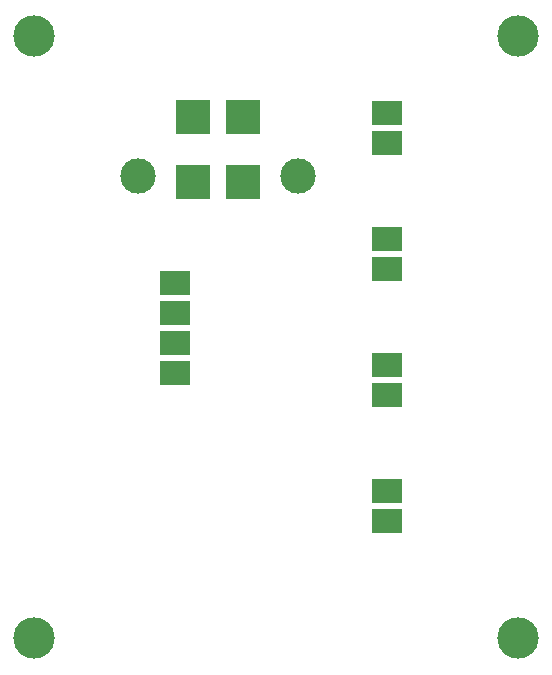
<source format=gbr>
%FSTAX23Y23*%
%MOIN*%
%SFA1B1*%

%IPPOS*%
%ADD10R,0.098425X0.078740*%
%ADD11R,0.118110X0.118110*%
%ADD12C,0.118110*%
%ADD13C,0.137795*%
%LNlimitswitch_pcb_copper_signal_top-1*%
%LPD*%
G54D10*
X0059Y01001D03*
Y01301D03*
Y01201D03*
Y01101D03*
X01295Y0177D03*
Y0187D03*
Y0135D03*
Y0145D03*
Y0061D03*
Y0051D03*
Y0093D03*
Y0103D03*
G54D11*
X00815Y0164D03*
Y01856D03*
X00649D03*
Y0164D03*
G54D12*
X01Y01658D03*
X00464D03*
G54D13*
X00118Y00118D03*
X01732D03*
Y02125D03*
X00118D03*
M02*
</source>
